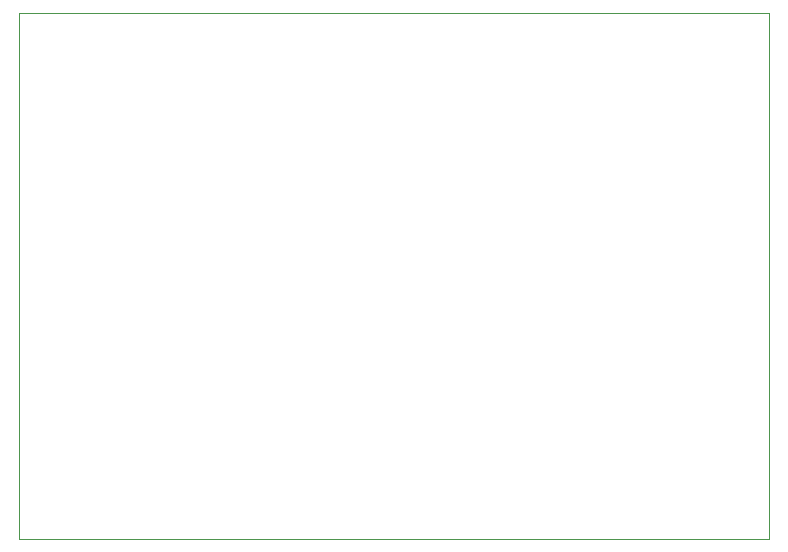
<source format=gbr>
%TF.GenerationSoftware,KiCad,Pcbnew,5.1.9+dfsg1-1*%
%TF.CreationDate,2022-04-02T16:18:38-07:00*%
%TF.ProjectId,Openhasp-Relays,4f70656e-6861-4737-902d-52656c617973,rev?*%
%TF.SameCoordinates,Original*%
%TF.FileFunction,Profile,NP*%
%FSLAX46Y46*%
G04 Gerber Fmt 4.6, Leading zero omitted, Abs format (unit mm)*
G04 Created by KiCad (PCBNEW 5.1.9+dfsg1-1) date 2022-04-02 16:18:38*
%MOMM*%
%LPD*%
G01*
G04 APERTURE LIST*
%TA.AperFunction,Profile*%
%ADD10C,0.050000*%
%TD*%
G04 APERTURE END LIST*
D10*
X96500000Y-129500000D02*
X96500000Y-85000000D01*
X97500000Y-129500000D02*
X96500000Y-129500000D01*
X160000000Y-129500000D02*
X97500000Y-129500000D01*
X160000000Y-85000000D02*
X160000000Y-129500000D01*
X96500000Y-85000000D02*
X160000000Y-85000000D01*
M02*

</source>
